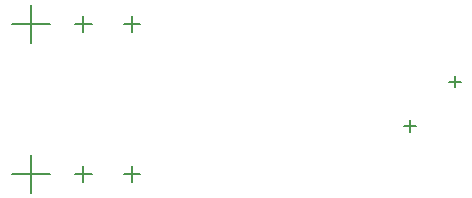
<source format=gbr>
%TF.GenerationSoftware,Altium Limited,Altium Designer,20.0.11 (256)*%
G04 Layer_Color=128*
%FSLAX26Y26*%
%MOIN*%
%TF.FileFunction,Drillmap*%
%TF.Part,Single*%
G01*
G75*
%TA.AperFunction,NonConductor*%
%ADD30C,0.005000*%
D30*
X1356579Y333719D02*
X1395949D01*
X1376264Y314034D02*
Y353404D01*
X1505122Y482323D02*
X1544492D01*
X1524807Y462638D02*
Y502008D01*
X49504Y175000D02*
X174504D01*
X112004Y112500D02*
Y237500D01*
X259508Y175000D02*
X314508D01*
X287008Y147500D02*
Y202500D01*
X422500Y175000D02*
X477500D01*
X450000Y147500D02*
Y202500D01*
X49504Y675000D02*
X174504D01*
X112004Y612500D02*
Y737500D01*
X259508Y675000D02*
X314508D01*
X287008Y647500D02*
Y702500D01*
X422500Y675000D02*
X477500D01*
X450000Y647500D02*
Y702500D01*
%TF.MD5,c0b795936f67257389884545abcddfff*%
M02*

</source>
